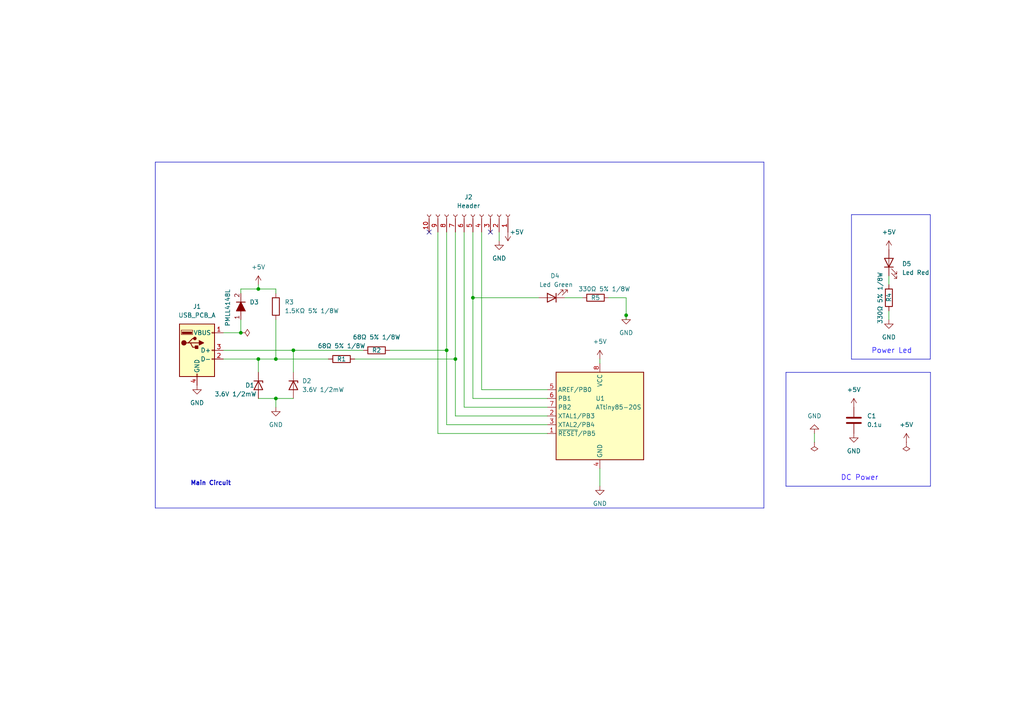
<source format=kicad_sch>
(kicad_sch (version 20230121) (generator eeschema)

  (uuid f2c20679-f28d-47ad-9191-2bfbde129570)

  (paper "A4")

  (title_block
    (title "uccMicroduino-2407889,Nicolas-2427515,Pages")
    (date "2024-03-18")
    (rev "version 1.0")
    (company "UCC")
    (comment 1 "proyectoMicroduino")
  )

  (lib_symbols
    (symbol "+5V_1" (power) (pin_names (offset 0)) (in_bom yes) (on_board yes)
      (property "Reference" "#PWR" (at 0 -3.81 0)
        (effects (font (size 1.27 1.27)) hide)
      )
      (property "Value" "+5V_1" (at 0 3.556 0)
        (effects (font (size 1.27 1.27)))
      )
      (property "Footprint" "" (at 0 0 0)
        (effects (font (size 1.27 1.27)) hide)
      )
      (property "Datasheet" "" (at 0 0 0)
        (effects (font (size 1.27 1.27)) hide)
      )
      (property "ki_keywords" "global power" (at 0 0 0)
        (effects (font (size 1.27 1.27)) hide)
      )
      (property "ki_description" "Power symbol creates a global label with name \"+5V\"" (at 0 0 0)
        (effects (font (size 1.27 1.27)) hide)
      )
      (symbol "+5V_1_0_1"
        (polyline
          (pts
            (xy -0.762 1.27)
            (xy 0 2.54)
          )
          (stroke (width 0) (type default))
          (fill (type none))
        )
        (polyline
          (pts
            (xy 0 0)
            (xy 0 2.54)
          )
          (stroke (width 0) (type default))
          (fill (type none))
        )
        (polyline
          (pts
            (xy 0 2.54)
            (xy 0.762 1.27)
          )
          (stroke (width 0) (type default))
          (fill (type none))
        )
      )
      (symbol "+5V_1_1_1"
        (pin power_in line (at 0 0 90) (length 0) hide
          (name "+5V" (effects (font (size 1.27 1.27))))
          (number "1" (effects (font (size 1.27 1.27))))
        )
      )
    )
    (symbol "Connector:Conn_01x10_Socket" (pin_names (offset 1.016) hide) (in_bom yes) (on_board yes)
      (property "Reference" "J" (at 0 12.7 0)
        (effects (font (size 1.27 1.27)))
      )
      (property "Value" "Conn_01x10_Socket" (at 0 -15.24 0)
        (effects (font (size 1.27 1.27)))
      )
      (property "Footprint" "" (at 0 0 0)
        (effects (font (size 1.27 1.27)) hide)
      )
      (property "Datasheet" "~" (at 0 0 0)
        (effects (font (size 1.27 1.27)) hide)
      )
      (property "ki_locked" "" (at 0 0 0)
        (effects (font (size 1.27 1.27)))
      )
      (property "ki_keywords" "connector" (at 0 0 0)
        (effects (font (size 1.27 1.27)) hide)
      )
      (property "ki_description" "Generic connector, single row, 01x10, script generated" (at 0 0 0)
        (effects (font (size 1.27 1.27)) hide)
      )
      (property "ki_fp_filters" "Connector*:*_1x??_*" (at 0 0 0)
        (effects (font (size 1.27 1.27)) hide)
      )
      (symbol "Conn_01x10_Socket_1_1"
        (arc (start 0 -12.192) (mid -0.5058 -12.7) (end 0 -13.208)
          (stroke (width 0.1524) (type default))
          (fill (type none))
        )
        (arc (start 0 -9.652) (mid -0.5058 -10.16) (end 0 -10.668)
          (stroke (width 0.1524) (type default))
          (fill (type none))
        )
        (arc (start 0 -7.112) (mid -0.5058 -7.62) (end 0 -8.128)
          (stroke (width 0.1524) (type default))
          (fill (type none))
        )
        (arc (start 0 -4.572) (mid -0.5058 -5.08) (end 0 -5.588)
          (stroke (width 0.1524) (type default))
          (fill (type none))
        )
        (arc (start 0 -2.032) (mid -0.5058 -2.54) (end 0 -3.048)
          (stroke (width 0.1524) (type default))
          (fill (type none))
        )
        (polyline
          (pts
            (xy -1.27 -12.7)
            (xy -0.508 -12.7)
          )
          (stroke (width 0.1524) (type default))
          (fill (type none))
        )
        (polyline
          (pts
            (xy -1.27 -10.16)
            (xy -0.508 -10.16)
          )
          (stroke (width 0.1524) (type default))
          (fill (type none))
        )
        (polyline
          (pts
            (xy -1.27 -7.62)
            (xy -0.508 -7.62)
          )
          (stroke (width 0.1524) (type default))
          (fill (type none))
        )
        (polyline
          (pts
            (xy -1.27 -5.08)
            (xy -0.508 -5.08)
          )
          (stroke (width 0.1524) (type default))
          (fill (type none))
        )
        (polyline
          (pts
            (xy -1.27 -2.54)
            (xy -0.508 -2.54)
          )
          (stroke (width 0.1524) (type default))
          (fill (type none))
        )
        (polyline
          (pts
            (xy -1.27 0)
            (xy -0.508 0)
          )
          (stroke (width 0.1524) (type default))
          (fill (type none))
        )
        (polyline
          (pts
            (xy -1.27 2.54)
            (xy -0.508 2.54)
          )
          (stroke (width 0.1524) (type default))
          (fill (type none))
        )
        (polyline
          (pts
            (xy -1.27 5.08)
            (xy -0.508 5.08)
          )
          (stroke (width 0.1524) (type default))
          (fill (type none))
        )
        (polyline
          (pts
            (xy -1.27 7.62)
            (xy -0.508 7.62)
          )
          (stroke (width 0.1524) (type default))
          (fill (type none))
        )
        (polyline
          (pts
            (xy -1.27 10.16)
            (xy -0.508 10.16)
          )
          (stroke (width 0.1524) (type default))
          (fill (type none))
        )
        (arc (start 0 0.508) (mid -0.5058 0) (end 0 -0.508)
          (stroke (width 0.1524) (type default))
          (fill (type none))
        )
        (arc (start 0 3.048) (mid -0.5058 2.54) (end 0 2.032)
          (stroke (width 0.1524) (type default))
          (fill (type none))
        )
        (arc (start 0 5.588) (mid -0.5058 5.08) (end 0 4.572)
          (stroke (width 0.1524) (type default))
          (fill (type none))
        )
        (arc (start 0 8.128) (mid -0.5058 7.62) (end 0 7.112)
          (stroke (width 0.1524) (type default))
          (fill (type none))
        )
        (arc (start 0 10.668) (mid -0.5058 10.16) (end 0 9.652)
          (stroke (width 0.1524) (type default))
          (fill (type none))
        )
        (pin passive line (at -5.08 10.16 0) (length 3.81)
          (name "Pin_1" (effects (font (size 1.27 1.27))))
          (number "1" (effects (font (size 1.27 1.27))))
        )
        (pin passive line (at -5.08 -12.7 0) (length 3.81)
          (name "Pin_10" (effects (font (size 1.27 1.27))))
          (number "10" (effects (font (size 1.27 1.27))))
        )
        (pin passive line (at -5.08 7.62 0) (length 3.81)
          (name "Pin_2" (effects (font (size 1.27 1.27))))
          (number "2" (effects (font (size 1.27 1.27))))
        )
        (pin passive line (at -5.08 5.08 0) (length 3.81)
          (name "Pin_3" (effects (font (size 1.27 1.27))))
          (number "3" (effects (font (size 1.27 1.27))))
        )
        (pin passive line (at -5.08 2.54 0) (length 3.81)
          (name "Pin_4" (effects (font (size 1.27 1.27))))
          (number "4" (effects (font (size 1.27 1.27))))
        )
        (pin passive line (at -5.08 0 0) (length 3.81)
          (name "Pin_5" (effects (font (size 1.27 1.27))))
          (number "5" (effects (font (size 1.27 1.27))))
        )
        (pin passive line (at -5.08 -2.54 0) (length 3.81)
          (name "Pin_6" (effects (font (size 1.27 1.27))))
          (number "6" (effects (font (size 1.27 1.27))))
        )
        (pin passive line (at -5.08 -5.08 0) (length 3.81)
          (name "Pin_7" (effects (font (size 1.27 1.27))))
          (number "7" (effects (font (size 1.27 1.27))))
        )
        (pin passive line (at -5.08 -7.62 0) (length 3.81)
          (name "Pin_8" (effects (font (size 1.27 1.27))))
          (number "8" (effects (font (size 1.27 1.27))))
        )
        (pin passive line (at -5.08 -10.16 0) (length 3.81)
          (name "Pin_9" (effects (font (size 1.27 1.27))))
          (number "9" (effects (font (size 1.27 1.27))))
        )
      )
    )
    (symbol "Connector:USB_A" (pin_names (offset 1.016)) (in_bom yes) (on_board yes)
      (property "Reference" "J2" (at 0 12.7 0)
        (effects (font (size 1.27 1.27)))
      )
      (property "Value" "USB_A" (at 0 10.16 0)
        (effects (font (size 1.27 1.27)))
      )
      (property "Footprint" "" (at 3.81 -1.27 0)
        (effects (font (size 1.27 1.27)) hide)
      )
      (property "Datasheet" " ~" (at 3.81 -1.27 0)
        (effects (font (size 1.27 1.27)) hide)
      )
      (property "ki_keywords" "connector USB" (at 0 0 0)
        (effects (font (size 1.27 1.27)) hide)
      )
      (property "ki_description" "USB Type A connector" (at 0 0 0)
        (effects (font (size 1.27 1.27)) hide)
      )
      (property "ki_fp_filters" "USB*" (at 0 0 0)
        (effects (font (size 1.27 1.27)) hide)
      )
      (symbol "USB_A_0_1"
        (rectangle (start -5.08 -7.62) (end 5.08 7.62)
          (stroke (width 0.254) (type default))
          (fill (type background))
        )
        (circle (center -3.81 2.159) (radius 0.635)
          (stroke (width 0.254) (type default))
          (fill (type outline))
        )
        (rectangle (start -1.524 4.826) (end -4.318 5.334)
          (stroke (width 0) (type default))
          (fill (type outline))
        )
        (rectangle (start -1.27 4.572) (end -4.572 5.842)
          (stroke (width 0) (type default))
          (fill (type none))
        )
        (circle (center -0.635 3.429) (radius 0.381)
          (stroke (width 0.254) (type default))
          (fill (type outline))
        )
        (rectangle (start -0.127 -7.62) (end 0.127 -6.858)
          (stroke (width 0) (type default))
          (fill (type none))
        )
        (polyline
          (pts
            (xy -3.175 2.159)
            (xy -2.54 2.159)
            (xy -1.27 3.429)
            (xy -0.635 3.429)
          )
          (stroke (width 0.254) (type default))
          (fill (type none))
        )
        (polyline
          (pts
            (xy -2.54 2.159)
            (xy -1.905 2.159)
            (xy -1.27 0.889)
            (xy 0 0.889)
          )
          (stroke (width 0.254) (type default))
          (fill (type none))
        )
        (polyline
          (pts
            (xy 0.635 2.794)
            (xy 0.635 1.524)
            (xy 1.905 2.159)
            (xy 0.635 2.794)
          )
          (stroke (width 0.254) (type default))
          (fill (type outline))
        )
        (rectangle (start 0.254 1.27) (end -0.508 0.508)
          (stroke (width 0.254) (type default))
          (fill (type outline))
        )
        (rectangle (start 5.08 -2.667) (end 4.318 -2.413)
          (stroke (width 0) (type default))
          (fill (type none))
        )
        (rectangle (start 5.08 -0.127) (end 4.318 0.127)
          (stroke (width 0) (type default))
          (fill (type none))
        )
        (rectangle (start 5.08 4.953) (end 4.318 5.207)
          (stroke (width 0) (type default))
          (fill (type none))
        )
      )
      (symbol "USB_A_1_1"
        (polyline
          (pts
            (xy -1.905 2.159)
            (xy 0.635 2.159)
          )
          (stroke (width 0.254) (type default))
          (fill (type none))
        )
        (pin power_in line (at 7.62 5.08 180) (length 2.54)
          (name "VBUS" (effects (font (size 1.27 1.27))))
          (number "1" (effects (font (size 1.27 1.27))))
        )
        (pin bidirectional line (at 7.62 -2.54 180) (length 2.54)
          (name "D-" (effects (font (size 1.27 1.27))))
          (number "2" (effects (font (size 1.27 1.27))))
        )
        (pin bidirectional line (at 7.62 0 180) (length 2.54)
          (name "D+" (effects (font (size 1.27 1.27))))
          (number "3" (effects (font (size 1.27 1.27))))
        )
        (pin power_in line (at 0 -10.16 90) (length 2.54)
          (name "GND" (effects (font (size 1.27 1.27))))
          (number "4" (effects (font (size 1.27 1.27))))
        )
      )
    )
    (symbol "D_Filled_1" (pin_numbers hide) (pin_names (offset 1.016) hide) (in_bom yes) (on_board yes)
      (property "Reference" "D" (at 0 2.54 0)
        (effects (font (size 1.27 1.27)))
      )
      (property "Value" "D_Filled" (at 0 -2.54 0)
        (effects (font (size 1.27 1.27)))
      )
      (property "Footprint" "" (at 0 0 0)
        (effects (font (size 1.27 1.27)) hide)
      )
      (property "Datasheet" "~" (at 0 0 0)
        (effects (font (size 1.27 1.27)) hide)
      )
      (property "Sim.Device" "D" (at 0 0 0)
        (effects (font (size 1.27 1.27)) hide)
      )
      (property "Sim.Pins" "1=K 2=A" (at 0 0 0)
        (effects (font (size 1.27 1.27)) hide)
      )
      (property "ki_keywords" "diode" (at 0 0 0)
        (effects (font (size 1.27 1.27)) hide)
      )
      (property "ki_description" "Diode, filled shape" (at 0 0 0)
        (effects (font (size 1.27 1.27)) hide)
      )
      (property "ki_fp_filters" "TO-???* *_Diode_* *SingleDiode* D_*" (at 0 0 0)
        (effects (font (size 1.27 1.27)) hide)
      )
      (symbol "D_Filled_1_0_1"
        (polyline
          (pts
            (xy -1.27 1.27)
            (xy -1.27 -1.27)
          )
          (stroke (width 0.254) (type default))
          (fill (type none))
        )
        (polyline
          (pts
            (xy 1.27 0)
            (xy -1.27 0)
          )
          (stroke (width 0) (type default))
          (fill (type none))
        )
        (polyline
          (pts
            (xy 1.27 1.27)
            (xy 1.27 -1.27)
            (xy -1.27 0)
            (xy 1.27 1.27)
          )
          (stroke (width 0.254) (type default))
          (fill (type outline))
        )
      )
      (symbol "D_Filled_1_1_1"
        (pin passive line (at -3.81 0 0) (length 2.54)
          (name "K" (effects (font (size 1.27 1.27))))
          (number "1" (effects (font (size 1.27 1.27))))
        )
        (pin passive line (at 3.81 0 180) (length 2.54)
          (name "A" (effects (font (size 1.27 1.27))))
          (number "2" (effects (font (size 1.27 1.27))))
        )
      )
    )
    (symbol "Device:C" (pin_numbers hide) (pin_names (offset 0.254)) (in_bom yes) (on_board yes)
      (property "Reference" "C" (at 0.635 2.54 0)
        (effects (font (size 1.27 1.27)) (justify left))
      )
      (property "Value" "C" (at 0.635 -2.54 0)
        (effects (font (size 1.27 1.27)) (justify left))
      )
      (property "Footprint" "" (at 0.9652 -3.81 0)
        (effects (font (size 1.27 1.27)) hide)
      )
      (property "Datasheet" "~" (at 0 0 0)
        (effects (font (size 1.27 1.27)) hide)
      )
      (property "ki_keywords" "cap capacitor" (at 0 0 0)
        (effects (font (size 1.27 1.27)) hide)
      )
      (property "ki_description" "Unpolarized capacitor" (at 0 0 0)
        (effects (font (size 1.27 1.27)) hide)
      )
      (property "ki_fp_filters" "C_*" (at 0 0 0)
        (effects (font (size 1.27 1.27)) hide)
      )
      (symbol "C_0_1"
        (polyline
          (pts
            (xy -2.032 -0.762)
            (xy 2.032 -0.762)
          )
          (stroke (width 0.508) (type default))
          (fill (type none))
        )
        (polyline
          (pts
            (xy -2.032 0.762)
            (xy 2.032 0.762)
          )
          (stroke (width 0.508) (type default))
          (fill (type none))
        )
      )
      (symbol "C_1_1"
        (pin passive line (at 0 3.81 270) (length 2.794)
          (name "~" (effects (font (size 1.27 1.27))))
          (number "1" (effects (font (size 1.27 1.27))))
        )
        (pin passive line (at 0 -3.81 90) (length 2.794)
          (name "~" (effects (font (size 1.27 1.27))))
          (number "2" (effects (font (size 1.27 1.27))))
        )
      )
    )
    (symbol "Device:D_Zener" (pin_numbers hide) (pin_names (offset 1.016) hide) (in_bom yes) (on_board yes)
      (property "Reference" "D" (at 0 2.54 0)
        (effects (font (size 1.27 1.27)))
      )
      (property "Value" "D_Zener" (at 0 -2.54 0)
        (effects (font (size 1.27 1.27)))
      )
      (property "Footprint" "" (at 0 0 0)
        (effects (font (size 1.27 1.27)) hide)
      )
      (property "Datasheet" "~" (at 0 0 0)
        (effects (font (size 1.27 1.27)) hide)
      )
      (property "ki_keywords" "diode" (at 0 0 0)
        (effects (font (size 1.27 1.27)) hide)
      )
      (property "ki_description" "Zener diode" (at 0 0 0)
        (effects (font (size 1.27 1.27)) hide)
      )
      (property "ki_fp_filters" "TO-???* *_Diode_* *SingleDiode* D_*" (at 0 0 0)
        (effects (font (size 1.27 1.27)) hide)
      )
      (symbol "D_Zener_0_1"
        (polyline
          (pts
            (xy 1.27 0)
            (xy -1.27 0)
          )
          (stroke (width 0) (type default))
          (fill (type none))
        )
        (polyline
          (pts
            (xy -1.27 -1.27)
            (xy -1.27 1.27)
            (xy -0.762 1.27)
          )
          (stroke (width 0.254) (type default))
          (fill (type none))
        )
        (polyline
          (pts
            (xy 1.27 -1.27)
            (xy 1.27 1.27)
            (xy -1.27 0)
            (xy 1.27 -1.27)
          )
          (stroke (width 0.254) (type default))
          (fill (type none))
        )
      )
      (symbol "D_Zener_1_1"
        (pin passive line (at -3.81 0 0) (length 2.54)
          (name "K" (effects (font (size 1.27 1.27))))
          (number "1" (effects (font (size 1.27 1.27))))
        )
        (pin passive line (at 3.81 0 180) (length 2.54)
          (name "A" (effects (font (size 1.27 1.27))))
          (number "2" (effects (font (size 1.27 1.27))))
        )
      )
    )
    (symbol "Device:LED" (pin_numbers hide) (pin_names (offset 1.016) hide) (in_bom yes) (on_board yes)
      (property "Reference" "D" (at 0 2.54 0)
        (effects (font (size 1.27 1.27)))
      )
      (property "Value" "LED" (at 0 -2.54 0)
        (effects (font (size 1.27 1.27)))
      )
      (property "Footprint" "" (at 0 0 0)
        (effects (font (size 1.27 1.27)) hide)
      )
      (property "Datasheet" "~" (at 0 0 0)
        (effects (font (size 1.27 1.27)) hide)
      )
      (property "ki_keywords" "LED diode" (at 0 0 0)
        (effects (font (size 1.27 1.27)) hide)
      )
      (property "ki_description" "Light emitting diode" (at 0 0 0)
        (effects (font (size 1.27 1.27)) hide)
      )
      (property "ki_fp_filters" "LED* LED_SMD:* LED_THT:*" (at 0 0 0)
        (effects (font (size 1.27 1.27)) hide)
      )
      (symbol "LED_0_1"
        (polyline
          (pts
            (xy -1.27 -1.27)
            (xy -1.27 1.27)
          )
          (stroke (width 0.254) (type default))
          (fill (type none))
        )
        (polyline
          (pts
            (xy -1.27 0)
            (xy 1.27 0)
          )
          (stroke (width 0) (type default))
          (fill (type none))
        )
        (polyline
          (pts
            (xy 1.27 -1.27)
            (xy 1.27 1.27)
            (xy -1.27 0)
            (xy 1.27 -1.27)
          )
          (stroke (width 0.254) (type default))
          (fill (type none))
        )
        (polyline
          (pts
            (xy -3.048 -0.762)
            (xy -4.572 -2.286)
            (xy -3.81 -2.286)
            (xy -4.572 -2.286)
            (xy -4.572 -1.524)
          )
          (stroke (width 0) (type default))
          (fill (type none))
        )
        (polyline
          (pts
            (xy -1.778 -0.762)
            (xy -3.302 -2.286)
            (xy -2.54 -2.286)
            (xy -3.302 -2.286)
            (xy -3.302 -1.524)
          )
          (stroke (width 0) (type default))
          (fill (type none))
        )
      )
      (symbol "LED_1_1"
        (pin passive line (at -3.81 0 0) (length 2.54)
          (name "K" (effects (font (size 1.27 1.27))))
          (number "1" (effects (font (size 1.27 1.27))))
        )
        (pin passive line (at 3.81 0 180) (length 2.54)
          (name "A" (effects (font (size 1.27 1.27))))
          (number "2" (effects (font (size 1.27 1.27))))
        )
      )
    )
    (symbol "Device:R" (pin_numbers hide) (pin_names (offset 0)) (in_bom yes) (on_board yes)
      (property "Reference" "R" (at 2.032 0 90)
        (effects (font (size 1.27 1.27)))
      )
      (property "Value" "R" (at 0 0 90)
        (effects (font (size 1.27 1.27)))
      )
      (property "Footprint" "" (at -1.778 0 90)
        (effects (font (size 1.27 1.27)) hide)
      )
      (property "Datasheet" "~" (at 0 0 0)
        (effects (font (size 1.27 1.27)) hide)
      )
      (property "ki_keywords" "R res resistor" (at 0 0 0)
        (effects (font (size 1.27 1.27)) hide)
      )
      (property "ki_description" "Resistor" (at 0 0 0)
        (effects (font (size 1.27 1.27)) hide)
      )
      (property "ki_fp_filters" "R_*" (at 0 0 0)
        (effects (font (size 1.27 1.27)) hide)
      )
      (symbol "R_0_1"
        (rectangle (start -1.016 -2.54) (end 1.016 2.54)
          (stroke (width 0.254) (type default))
          (fill (type none))
        )
      )
      (symbol "R_1_1"
        (pin passive line (at 0 3.81 270) (length 1.27)
          (name "~" (effects (font (size 1.27 1.27))))
          (number "1" (effects (font (size 1.27 1.27))))
        )
        (pin passive line (at 0 -3.81 90) (length 1.27)
          (name "~" (effects (font (size 1.27 1.27))))
          (number "2" (effects (font (size 1.27 1.27))))
        )
      )
    )
    (symbol "GND_1" (power) (pin_names (offset 0)) (in_bom yes) (on_board yes)
      (property "Reference" "#PWR" (at 0 -6.35 0)
        (effects (font (size 1.27 1.27)) hide)
      )
      (property "Value" "GND_1" (at 0 -3.81 0)
        (effects (font (size 1.27 1.27)))
      )
      (property "Footprint" "" (at 0 0 0)
        (effects (font (size 1.27 1.27)) hide)
      )
      (property "Datasheet" "" (at 0 0 0)
        (effects (font (size 1.27 1.27)) hide)
      )
      (property "ki_keywords" "global power" (at 0 0 0)
        (effects (font (size 1.27 1.27)) hide)
      )
      (property "ki_description" "Power symbol creates a global label with name \"GND\" , ground" (at 0 0 0)
        (effects (font (size 1.27 1.27)) hide)
      )
      (symbol "GND_1_0_1"
        (polyline
          (pts
            (xy 0 0)
            (xy 0 -1.27)
            (xy 1.27 -1.27)
            (xy 0 -2.54)
            (xy -1.27 -1.27)
            (xy 0 -1.27)
          )
          (stroke (width 0) (type default))
          (fill (type none))
        )
      )
      (symbol "GND_1_1_1"
        (pin power_in line (at 0 0 270) (length 0) hide
          (name "GND" (effects (font (size 1.27 1.27))))
          (number "1" (effects (font (size 1.27 1.27))))
        )
      )
    )
    (symbol "MCU_Microchip_ATtiny:ATtiny85-20S" (in_bom yes) (on_board yes)
      (property "Reference" "U" (at -12.7 13.97 0)
        (effects (font (size 1.27 1.27)) (justify left bottom))
      )
      (property "Value" "ATtiny85-20S" (at 2.54 -13.97 0)
        (effects (font (size 1.27 1.27)) (justify left top))
      )
      (property "Footprint" "Package_SO:SOIC-8W_5.3x5.3mm_P1.27mm" (at 0 0 0)
        (effects (font (size 1.27 1.27) italic) hide)
      )
      (property "Datasheet" "http://ww1.microchip.com/downloads/en/DeviceDoc/atmel-2586-avr-8-bit-microcontroller-attiny25-attiny45-attiny85_datasheet.pdf" (at 0 0 0)
        (effects (font (size 1.27 1.27)) hide)
      )
      (property "ki_keywords" "AVR 8bit Microcontroller tinyAVR" (at 0 0 0)
        (effects (font (size 1.27 1.27)) hide)
      )
      (property "ki_description" "20MHz, 8kB Flash, 512B SRAM, 512B EEPROM, debugWIRE, SOIC-8W" (at 0 0 0)
        (effects (font (size 1.27 1.27)) hide)
      )
      (property "ki_fp_filters" "SOIC*5.3x5.3mm*P1.27mm*" (at 0 0 0)
        (effects (font (size 1.27 1.27)) hide)
      )
      (symbol "ATtiny85-20S_0_1"
        (rectangle (start -12.7 -12.7) (end 12.7 12.7)
          (stroke (width 0.254) (type default))
          (fill (type background))
        )
      )
      (symbol "ATtiny85-20S_1_1"
        (pin bidirectional line (at 15.24 -5.08 180) (length 2.54)
          (name "~{RESET}/PB5" (effects (font (size 1.27 1.27))))
          (number "1" (effects (font (size 1.27 1.27))))
        )
        (pin bidirectional line (at 15.24 0 180) (length 2.54)
          (name "XTAL1/PB3" (effects (font (size 1.27 1.27))))
          (number "2" (effects (font (size 1.27 1.27))))
        )
        (pin bidirectional line (at 15.24 -2.54 180) (length 2.54)
          (name "XTAL2/PB4" (effects (font (size 1.27 1.27))))
          (number "3" (effects (font (size 1.27 1.27))))
        )
        (pin power_in line (at 0 -15.24 90) (length 2.54)
          (name "GND" (effects (font (size 1.27 1.27))))
          (number "4" (effects (font (size 1.27 1.27))))
        )
        (pin bidirectional line (at 15.24 7.62 180) (length 2.54)
          (name "AREF/PB0" (effects (font (size 1.27 1.27))))
          (number "5" (effects (font (size 1.27 1.27))))
        )
        (pin bidirectional line (at 15.24 5.08 180) (length 2.54)
          (name "PB1" (effects (font (size 1.27 1.27))))
          (number "6" (effects (font (size 1.27 1.27))))
        )
        (pin bidirectional line (at 15.24 2.54 180) (length 2.54)
          (name "PB2" (effects (font (size 1.27 1.27))))
          (number "7" (effects (font (size 1.27 1.27))))
        )
        (pin power_in line (at 0 15.24 270) (length 2.54)
          (name "VCC" (effects (font (size 1.27 1.27))))
          (number "8" (effects (font (size 1.27 1.27))))
        )
      )
    )
    (symbol "PWR_FLAG_1" (power) (pin_numbers hide) (pin_names (offset 0) hide) (in_bom yes) (on_board yes)
      (property "Reference" "#FLG" (at 0 1.905 0)
        (effects (font (size 1.27 1.27)) hide)
      )
      (property "Value" "PWR_FLAG_1" (at 0 3.81 0)
        (effects (font (size 1.27 1.27)))
      )
      (property "Footprint" "" (at 0 0 0)
        (effects (font (size 1.27 1.27)) hide)
      )
      (property "Datasheet" "~" (at 0 0 0)
        (effects (font (size 1.27 1.27)) hide)
      )
      (property "ki_keywords" "flag power" (at 0 0 0)
        (effects (font (size 1.27 1.27)) hide)
      )
      (property "ki_description" "Special symbol for telling ERC where power comes from" (at 0 0 0)
        (effects (font (size 1.27 1.27)) hide)
      )
      (symbol "PWR_FLAG_1_0_0"
        (pin power_out line (at 0 0 90) (length 0)
          (name "pwr" (effects (font (size 1.27 1.27))))
          (number "1" (effects (font (size 1.27 1.27))))
        )
      )
      (symbol "PWR_FLAG_1_0_1"
        (polyline
          (pts
            (xy 0 0)
            (xy 0 1.27)
            (xy -1.016 1.905)
            (xy 0 2.54)
            (xy 1.016 1.905)
            (xy 0 1.27)
          )
          (stroke (width 0) (type default))
          (fill (type none))
        )
      )
    )
    (symbol "power:+5V" (power) (pin_names (offset 0)) (in_bom yes) (on_board yes)
      (property "Reference" "#PWR" (at 0 -3.81 0)
        (effects (font (size 1.27 1.27)) hide)
      )
      (property "Value" "+5V" (at 0 3.556 0)
        (effects (font (size 1.27 1.27)))
      )
      (property "Footprint" "" (at 0 0 0)
        (effects (font (size 1.27 1.27)) hide)
      )
      (property "Datasheet" "" (at 0 0 0)
        (effects (font (size 1.27 1.27)) hide)
      )
      (property "ki_keywords" "global power" (at 0 0 0)
        (effects (font (size 1.27 1.27)) hide)
      )
      (property "ki_description" "Power symbol creates a global label with name \"+5V\"" (at 0 0 0)
        (effects (font (size 1.27 1.27)) hide)
      )
      (symbol "+5V_0_1"
        (polyline
          (pts
            (xy -0.762 1.27)
            (xy 0 2.54)
          )
          (stroke (width 0) (type default))
          (fill (type none))
        )
        (polyline
          (pts
            (xy 0 0)
            (xy 0 2.54)
          )
          (stroke (width 0) (type default))
          (fill (type none))
        )
        (polyline
          (pts
            (xy 0 2.54)
            (xy 0.762 1.27)
          )
          (stroke (width 0) (type default))
          (fill (type none))
        )
      )
      (symbol "+5V_1_1"
        (pin power_in line (at 0 0 90) (length 0) hide
          (name "+5V" (effects (font (size 1.27 1.27))))
          (number "1" (effects (font (size 1.27 1.27))))
        )
      )
    )
    (symbol "power:GND" (power) (pin_names (offset 0)) (in_bom yes) (on_board yes)
      (property "Reference" "#PWR" (at 0 -6.35 0)
        (effects (font (size 1.27 1.27)) hide)
      )
      (property "Value" "GND" (at 0 -3.81 0)
        (effects (font (size 1.27 1.27)))
      )
      (property "Footprint" "" (at 0 0 0)
        (effects (font (size 1.27 1.27)) hide)
      )
      (property "Datasheet" "" (at 0 0 0)
        (effects (font (size 1.27 1.27)) hide)
      )
      (property "ki_keywords" "global power" (at 0 0 0)
        (effects (font (size 1.27 1.27)) hide)
      )
      (property "ki_description" "Power symbol creates a global label with name \"GND\" , ground" (at 0 0 0)
        (effects (font (size 1.27 1.27)) hide)
      )
      (symbol "GND_0_1"
        (polyline
          (pts
            (xy 0 0)
            (xy 0 -1.27)
            (xy 1.27 -1.27)
            (xy 0 -2.54)
            (xy -1.27 -1.27)
            (xy 0 -1.27)
          )
          (stroke (width 0) (type default))
          (fill (type none))
        )
      )
      (symbol "GND_1_1"
        (pin power_in line (at 0 0 270) (length 0) hide
          (name "GND" (effects (font (size 1.27 1.27))))
          (number "1" (effects (font (size 1.27 1.27))))
        )
      )
    )
  )

  (junction (at 74.93 83.82) (diameter 0) (color 0 0 0 0)
    (uuid 21987409-346f-4e0e-bb93-e10b1e32bfaa)
  )
  (junction (at 69.85 96.52) (diameter 0) (color 0 0 0 0)
    (uuid 26fcbca0-ae7c-4f92-8f5c-7fcd176bcecc)
  )
  (junction (at 132.08 104.14) (diameter 0) (color 0 0 0 0)
    (uuid 427ac145-90f3-446e-a920-87e7db69029a)
  )
  (junction (at 181.61 91.44) (diameter 0) (color 0 0 0 0)
    (uuid 76aa662c-c8a5-43d8-bf60-bc7a84881cc0)
  )
  (junction (at 129.54 101.6) (diameter 0) (color 0 0 0 0)
    (uuid 7c41f26f-5440-489a-8ce9-fdbbc009bd5b)
  )
  (junction (at 74.93 104.14) (diameter 0) (color 0 0 0 0)
    (uuid 7e74b318-56e2-4ae7-8b11-8698fdfd5a39)
  )
  (junction (at 137.16 86.36) (diameter 0) (color 0 0 0 0)
    (uuid 7fb74380-f16a-4084-be18-9343a9068e61)
  )
  (junction (at 80.01 115.57) (diameter 0) (color 0 0 0 0)
    (uuid 9fb13177-4d5b-4693-8e7e-9fe93bafc1ce)
  )
  (junction (at 85.09 101.6) (diameter 0) (color 0 0 0 0)
    (uuid a05ced29-cab2-4739-b91e-31504dfb25f3)
  )
  (junction (at 80.01 104.14) (diameter 0) (color 0 0 0 0)
    (uuid b9f0a544-946e-4a1b-a354-0db69a9c881f)
  )

  (no_connect (at 124.46 67.31) (uuid 50233e6f-f96d-44f0-a155-bd9a7b0c400a))
  (no_connect (at 142.24 67.31) (uuid f31ad5e0-2541-4377-bb06-97e4d7541b12))

  (wire (pts (xy 137.16 86.36) (xy 137.16 67.31))
    (stroke (width 0) (type default))
    (uuid 02fce8e0-9c12-4139-ade4-3541155f899b)
  )
  (wire (pts (xy 134.62 67.31) (xy 134.62 118.11))
    (stroke (width 0) (type default))
    (uuid 0605f497-30b0-41b5-ac57-4c1e92ba077f)
  )
  (wire (pts (xy 158.75 120.65) (xy 132.08 120.65))
    (stroke (width 0) (type default))
    (uuid 0669c64a-f1ea-411a-8ca2-c8800f730f73)
  )
  (wire (pts (xy 129.54 101.6) (xy 129.54 123.19))
    (stroke (width 0) (type default))
    (uuid 0b9f3a9d-0b98-4fad-860b-e71862242a32)
  )
  (wire (pts (xy 127 67.31) (xy 127 125.73))
    (stroke (width 0) (type default))
    (uuid 0c4672ab-2786-48f5-93c7-042a65ac2679)
  )
  (polyline (pts (xy 45.0342 147.3454) (xy 45.0342 47.0154))
    (stroke (width 0) (type default))
    (uuid 12c67071-fe67-4f47-a0ca-3ef1ab2bc966)
  )

  (wire (pts (xy 113.03 101.6) (xy 129.54 101.6))
    (stroke (width 0) (type default))
    (uuid 13f58661-3553-45de-b31e-64f5cb0c108d)
  )
  (wire (pts (xy 173.99 104.14) (xy 173.99 105.41))
    (stroke (width 0) (type default))
    (uuid 1d3b888c-b271-4a1e-992d-e0edf0df6fb0)
  )
  (polyline (pts (xy 221.5642 47.0154) (xy 221.5642 147.3454))
    (stroke (width 0) (type default))
    (uuid 1f5f82f7-3c3e-40e2-9a00-ce83a042d5ac)
  )

  (wire (pts (xy 85.09 101.6) (xy 85.09 107.95))
    (stroke (width 0) (type default))
    (uuid 2c30ef0f-4111-4a4f-a715-5b5b6f0e1465)
  )
  (wire (pts (xy 80.01 115.57) (xy 85.09 115.57))
    (stroke (width 0) (type default))
    (uuid 31ff148d-31a8-4f00-b061-31ed5d4c1f3b)
  )
  (wire (pts (xy 80.01 92.71) (xy 80.01 104.14))
    (stroke (width 0) (type default))
    (uuid 46fddad8-4292-48ed-9dde-60e05b3f65b1)
  )
  (wire (pts (xy 137.16 115.57) (xy 137.16 86.36))
    (stroke (width 0) (type default))
    (uuid 47c81330-3201-4385-baef-3f014346ccd5)
  )
  (wire (pts (xy 74.93 82.55) (xy 74.93 83.82))
    (stroke (width 0) (type default))
    (uuid 4d5fd234-38e8-491b-92ce-1c08f9eb9b03)
  )
  (polyline (pts (xy 269.8242 62.2554) (xy 269.8242 104.1654))
    (stroke (width 0) (type default))
    (uuid 4eb3e81b-c3fe-4e85-853e-9ce32520e02d)
  )

  (wire (pts (xy 129.54 123.19) (xy 158.75 123.19))
    (stroke (width 0) (type default))
    (uuid 5093d51f-89ce-4f5e-ba60-0d33d80c728f)
  )
  (wire (pts (xy 102.87 104.14) (xy 132.08 104.14))
    (stroke (width 0) (type default))
    (uuid 51db9f4f-059c-4640-80a2-0738fe78a7bf)
  )
  (wire (pts (xy 74.93 104.14) (xy 74.93 107.95))
    (stroke (width 0) (type default))
    (uuid 5d387531-981c-4c30-8665-2e0837d6f531)
  )
  (wire (pts (xy 132.08 104.14) (xy 132.08 67.31))
    (stroke (width 0) (type default))
    (uuid 62b5434c-f59f-4ad2-b5e4-33513dd3911f)
  )
  (polyline (pts (xy 227.965 108.0008) (xy 269.875 108.0008))
    (stroke (width 0) (type default))
    (uuid 654c2277-b153-442b-b460-0cc1001e1bfe)
  )

  (wire (pts (xy 158.75 115.57) (xy 137.16 115.57))
    (stroke (width 0) (type default))
    (uuid 668167f6-7a10-4a94-9ed5-0a2691f8aefe)
  )
  (wire (pts (xy 163.83 86.36) (xy 168.91 86.36))
    (stroke (width 0) (type default))
    (uuid 6bee75db-140a-43b5-a45e-32016da08ee0)
  )
  (polyline (pts (xy 269.8242 104.1654) (xy 246.9642 104.1654))
    (stroke (width 0) (type default))
    (uuid 73b21d52-5af1-4324-ac82-7fc4e93bc07a)
  )

  (wire (pts (xy 85.09 101.6) (xy 105.41 101.6))
    (stroke (width 0) (type default))
    (uuid 741f382a-ce95-4f8e-8b35-90adc9b26e90)
  )
  (wire (pts (xy 80.01 83.82) (xy 80.01 85.09))
    (stroke (width 0) (type default))
    (uuid 76ca09c5-6379-4be2-b967-f85f45a4cb2b)
  )
  (wire (pts (xy 74.93 115.57) (xy 80.01 115.57))
    (stroke (width 0) (type default))
    (uuid 771e83a6-f097-4d27-bd3c-16c5fd09f0d3)
  )
  (polyline (pts (xy 227.965 141.0208) (xy 227.965 108.0008))
    (stroke (width 0) (type default))
    (uuid 7b5ddeea-8245-4000-8222-3f545ae9a1f4)
  )
  (polyline (pts (xy 221.5642 147.3454) (xy 45.0342 147.3454))
    (stroke (width 0) (type default))
    (uuid 7ebb2a4f-8cb5-40c6-9206-e43704b68921)
  )

  (wire (pts (xy 181.61 91.44) (xy 181.61 92.71))
    (stroke (width 0) (type default))
    (uuid 8352ac61-b72e-4fd7-89a6-a7f9a3c45da2)
  )
  (wire (pts (xy 137.16 86.36) (xy 156.21 86.36))
    (stroke (width 0) (type default))
    (uuid 88993a90-89dd-4931-8efa-e8c603e06d7c)
  )
  (wire (pts (xy 64.77 104.14) (xy 74.93 104.14))
    (stroke (width 0) (type default))
    (uuid 8e7d416d-a5b3-47dc-9743-9dad1cd66a49)
  )
  (wire (pts (xy 257.81 80.01) (xy 257.81 82.55))
    (stroke (width 0) (type default))
    (uuid 98516f84-2998-4bd1-9739-5c6863676559)
  )
  (wire (pts (xy 80.01 115.57) (xy 80.01 118.11))
    (stroke (width 0) (type default))
    (uuid 9f68e88a-ac03-4d67-8b4f-31a4a84d6994)
  )
  (wire (pts (xy 139.7 67.31) (xy 139.7 113.03))
    (stroke (width 0) (type default))
    (uuid a0ec1a4d-e5b2-49ff-b1cb-839f453b2141)
  )
  (wire (pts (xy 80.01 83.82) (xy 74.93 83.82))
    (stroke (width 0) (type default))
    (uuid ad431b37-280d-4779-b22e-5e53c72db26c)
  )
  (wire (pts (xy 236.22 128.27) (xy 236.22 125.73))
    (stroke (width 0) (type default))
    (uuid b121e452-534d-4b9d-b103-caa303d10116)
  )
  (wire (pts (xy 181.61 86.36) (xy 181.61 91.44))
    (stroke (width 0) (type default))
    (uuid b62164c8-84f6-4075-b7e5-f24922587af2)
  )
  (wire (pts (xy 257.81 90.17) (xy 257.81 92.71))
    (stroke (width 0) (type default))
    (uuid b8b63918-87f9-4e2a-9756-f95b56861155)
  )
  (wire (pts (xy 144.78 67.31) (xy 144.78 69.85))
    (stroke (width 0) (type default))
    (uuid bd3c09c0-6d25-44a3-9c1f-0c07c65f44a7)
  )
  (polyline (pts (xy 246.9642 104.1654) (xy 246.9642 62.2554))
    (stroke (width 0) (type default))
    (uuid c289a2e8-800f-459f-8e02-e4181254dd67)
  )
  (polyline (pts (xy 246.9642 62.2554) (xy 269.8242 62.2554))
    (stroke (width 0) (type default))
    (uuid c5196035-626d-4878-af78-a964605d27be)
  )

  (wire (pts (xy 69.85 92.71) (xy 69.85 96.52))
    (stroke (width 0) (type default))
    (uuid c5ee63b1-0ee7-4a1c-8068-b5b6b351ea37)
  )
  (wire (pts (xy 139.7 113.03) (xy 158.75 113.03))
    (stroke (width 0) (type default))
    (uuid ca885f78-8d18-4c59-8d38-b003b942f681)
  )
  (wire (pts (xy 64.77 101.6) (xy 85.09 101.6))
    (stroke (width 0) (type default))
    (uuid d3f51e17-8b78-4b33-930b-129b72e18050)
  )
  (wire (pts (xy 64.77 96.52) (xy 69.85 96.52))
    (stroke (width 0) (type default))
    (uuid db5a2381-f758-419f-bee2-d8e2d2d53502)
  )
  (wire (pts (xy 129.54 67.31) (xy 129.54 101.6))
    (stroke (width 0) (type default))
    (uuid e847a295-6d0b-4b28-826a-61e42e2b5e26)
  )
  (polyline (pts (xy 269.875 108.0008) (xy 269.875 141.0208))
    (stroke (width 0) (type default))
    (uuid eaa8bceb-f274-422b-90fd-fe4877b72009)
  )

  (wire (pts (xy 132.08 120.65) (xy 132.08 104.14))
    (stroke (width 0) (type default))
    (uuid eaefa769-6c3d-49b3-b75c-095a7fa06c70)
  )
  (polyline (pts (xy 45.0342 47.0154) (xy 221.5642 47.0154))
    (stroke (width 0) (type default))
    (uuid ed367599-b43c-449a-9a14-78d4b79558be)
  )

  (wire (pts (xy 127 125.73) (xy 158.75 125.73))
    (stroke (width 0) (type default))
    (uuid f135c972-bd25-4d67-8320-8d7dd60bbdae)
  )
  (wire (pts (xy 80.01 104.14) (xy 95.25 104.14))
    (stroke (width 0) (type default))
    (uuid f1ef2190-53b1-4a81-980a-b51c518191f8)
  )
  (wire (pts (xy 69.85 83.82) (xy 74.93 83.82))
    (stroke (width 0) (type default))
    (uuid f36aeecd-2fa2-4db8-b0ae-2dad18465f93)
  )
  (polyline (pts (xy 269.875 141.0208) (xy 227.965 141.0208))
    (stroke (width 0) (type default))
    (uuid f518fdf6-0ceb-48a0-bbc6-ad5fd27a602e)
  )

  (wire (pts (xy 173.99 140.97) (xy 173.99 135.89))
    (stroke (width 0) (type default))
    (uuid f5c03805-0ebb-41f6-8a2e-c57b849ca232)
  )
  (wire (pts (xy 134.62 118.11) (xy 158.75 118.11))
    (stroke (width 0) (type default))
    (uuid f658992e-1e3b-416b-ac1f-0ea869adaea0)
  )
  (wire (pts (xy 74.93 104.14) (xy 80.01 104.14))
    (stroke (width 0) (type default))
    (uuid fb52ac85-e463-4a11-836e-e3475387df61)
  )
  (wire (pts (xy 176.53 86.36) (xy 181.61 86.36))
    (stroke (width 0) (type default))
    (uuid fdb46312-186f-4dea-abf6-fba7cae763bf)
  )
  (wire (pts (xy 69.85 83.82) (xy 69.85 85.09))
    (stroke (width 0) (type default))
    (uuid fe41beb7-44bc-4c55-87c2-f8c5f6dd1472)
  )

  (text "Main Circuit" (at 55.1942 140.9954 0)
    (effects (font (size 1.27 1.27) (thickness 0.254) bold) (justify left bottom))
    (uuid 39ea4496-1b44-485f-ab4a-73accbcc9f99)
  )

  (label "2" (at 69.85 86.36 90) (fields_autoplaced)
    (effects (font (size 1.27 1.27) (color 126 0 8 1)) (justify left bottom))
    (uuid 2409ee99-0ce1-4b4d-88bf-43900c803137)
  )
  (label "DC Power" (at 243.84 139.7 0) (fields_autoplaced)
    (effects (font (size 1.5 1.5) (color 32 0 255 1)) (justify left bottom))
    (uuid 3a0c4e30-153b-4265-847c-a1edf1136b61)
  )
  (label "Power Led" (at 252.73 102.87 0) (fields_autoplaced)
    (effects (font (size 1.5 1.5) (color 17 5 255 1)) (justify left bottom))
    (uuid 5bda7595-ae9b-4dae-8121-1e7101cb64f8)
  )
  (label "1" (at 69.85 92.71 90) (fields_autoplaced)
    (effects (font (size 1.27 1.27) (color 126 0 8 1)) (justify left bottom))
    (uuid 727e00bf-5936-4243-b0b9-d13590997383)
  )

  (symbol (lib_id "power:GND") (at 144.78 69.85 0) (unit 1)
    (in_bom yes) (on_board yes) (dnp no) (fields_autoplaced)
    (uuid 01930e56-da2d-4b2a-bd1f-9fd7a2505170)
    (property "Reference" "#PWR05" (at 144.78 76.2 0)
      (effects (font (size 1.27 1.27)) hide)
    )
    (property "Value" "GND" (at 144.78 74.93 0)
      (effects (font (size 1.27 1.27)))
    )
    (property "Footprint" "" (at 144.78 69.85 0)
      (effects (font (size 1.27 1.27)) hide)
    )
    (property "Datasheet" "" (at 144.78 69.85 0)
      (effects (font (size 1.27 1.27)) hide)
    )
    (pin "1" (uuid a6f55a13-04a0-4dcd-b7f8-656a7c162fdc))
    (instances
      (project "UccMicroDuino"
        (path "/f2c20679-f28d-47ad-9191-2bfbde129570"
          (reference "#PWR05") (unit 1)
        )
      )
    )
  )

  (symbol (lib_id "Device:R") (at 257.81 86.36 0) (unit 1)
    (in_bom yes) (on_board yes) (dnp no)
    (uuid 04cd9600-1d44-4239-b407-20335cf15eda)
    (property "Reference" "R4" (at 257.81 87.63 90)
      (effects (font (size 1.27 1.27)) (justify left))
    )
    (property "Value" "330Ω 5% 1/8W" (at 255.27 93.98 90)
      (effects (font (size 1.27 1.27)) (justify left))
    )
    (property "Footprint" "Resistor_SMD:R_0805_2012Metric_Pad1.20x1.40mm_HandSolder" (at 256.032 86.36 90)
      (effects (font (size 1.27 1.27)) hide)
    )
    (property "Datasheet" "~" (at 257.81 86.36 0)
      (effects (font (size 1.27 1.27)) hide)
    )
    (pin "1" (uuid e1231da7-02d5-4188-9451-810fb9761b8d))
    (pin "2" (uuid f9884427-a4be-4a45-bd7e-64fcad5790a5))
    (instances
      (project "UccMicroDuino"
        (path "/f2c20679-f28d-47ad-9191-2bfbde129570"
          (reference "R4") (unit 1)
        )
      )
    )
  )

  (symbol (lib_id "Device:LED") (at 257.81 76.2 90) (unit 1)
    (in_bom yes) (on_board yes) (dnp no) (fields_autoplaced)
    (uuid 10997108-4d28-41d5-89fd-26fd3e77510d)
    (property "Reference" "D5" (at 261.62 76.5175 90)
      (effects (font (size 1.27 1.27)) (justify right))
    )
    (property "Value" "Led Red" (at 261.62 79.0575 90)
      (effects (font (size 1.27 1.27)) (justify right))
    )
    (property "Footprint" "ledSmd:ledSMD" (at 257.81 76.2 0)
      (effects (font (size 1.27 1.27)) hide)
    )
    (property "Datasheet" "~" (at 257.81 76.2 0)
      (effects (font (size 1.27 1.27)) hide)
    )
    (pin "1" (uuid 5fdbb483-66f9-4384-8395-149ad1d2495b))
    (pin "2" (uuid d69da8c4-b4ec-4af5-a00c-745dacc97d94))
    (instances
      (project "UccMicroDuino"
        (path "/f2c20679-f28d-47ad-9191-2bfbde129570"
          (reference "D5") (unit 1)
        )
      )
    )
  )

  (symbol (lib_id "Device:R") (at 80.01 88.9 0) (unit 1)
    (in_bom yes) (on_board yes) (dnp no) (fields_autoplaced)
    (uuid 1ad09e81-a9e6-4168-ab8f-f6dc88a2ffca)
    (property "Reference" "R1" (at 82.55 87.63 0)
      (effects (font (size 1.27 1.27)) (justify left))
    )
    (property "Value" "1.5KΩ 5% 1/8W" (at 82.55 90.17 0)
      (effects (font (size 1.27 1.27)) (justify left))
    )
    (property "Footprint" "Resistor_SMD:R_0805_2012Metric_Pad1.20x1.40mm_HandSolder" (at 78.232 88.9 90)
      (effects (font (size 1.27 1.27)) hide)
    )
    (property "Datasheet" "~" (at 80.01 88.9 0)
      (effects (font (size 1.27 1.27)) hide)
    )
    (pin "1" (uuid 43e50606-2ef0-4c9a-bbb1-db40a849a273))
    (pin "2" (uuid 8a81cd2a-c07b-407a-810d-02f77eb76856))
    (instances
      (project "Clase 1"
        (path "/e763c805-2d98-46c7-a7c5-10a127323b27"
          (reference "R1") (unit 1)
        )
      )
      (project "UccMicroDuino"
        (path "/f2c20679-f28d-47ad-9191-2bfbde129570"
          (reference "R3") (unit 1)
        )
      )
    )
  )

  (symbol (lib_id "Device:D_Zener") (at 74.93 111.76 270) (unit 1)
    (in_bom yes) (on_board yes) (dnp no)
    (uuid 25411291-d1c6-47f7-b371-c9e89490bee3)
    (property "Reference" "D1" (at 71.12 111.76 90)
      (effects (font (size 1.27 1.27)) (justify left))
    )
    (property "Value" "3.6V 1/2mW" (at 62.23 114.3 90)
      (effects (font (size 1.27 1.27)) (justify left))
    )
    (property "Footprint" "Diode_SMD:D_SOD-123" (at 74.93 111.76 0)
      (effects (font (size 1.27 1.27)) hide)
    )
    (property "Datasheet" "~" (at 74.93 111.76 0)
      (effects (font (size 1.27 1.27)) hide)
    )
    (pin "1" (uuid c2a5c4c6-90e3-41f9-bb4f-be5a750c86cd))
    (pin "2" (uuid 82b98da4-5a87-49ee-9494-960aaf8dd2a7))
    (instances
      (project "Clase 1"
        (path "/e763c805-2d98-46c7-a7c5-10a127323b27"
          (reference "D1") (unit 1)
        )
      )
      (project "UccMicroDuino"
        (path "/f2c20679-f28d-47ad-9191-2bfbde129570"
          (reference "D1") (unit 1)
        )
      )
    )
  )

  (symbol (lib_id "Device:R") (at 99.06 104.14 90) (unit 1)
    (in_bom yes) (on_board yes) (dnp no)
    (uuid 278842a0-ebb4-4c24-a5a4-874e558f8b29)
    (property "Reference" "R1" (at 99.06 104.14 90)
      (effects (font (size 1.27 1.27)))
    )
    (property "Value" "68Ω 5% 1/8W" (at 99.06 100.33 90)
      (effects (font (size 1.27 1.27)))
    )
    (property "Footprint" "Resistor_SMD:R_0805_2012Metric_Pad1.20x1.40mm_HandSolder" (at 99.06 105.918 90)
      (effects (font (size 1.27 1.27)) hide)
    )
    (property "Datasheet" "~" (at 99.06 104.14 0)
      (effects (font (size 1.27 1.27)) hide)
    )
    (pin "1" (uuid 66f4bcf7-d7ce-4d32-a209-337b1d77b192))
    (pin "2" (uuid 18bb6caa-218c-4359-b763-4fd9fa6c027a))
    (instances
      (project "UccMicroDuino"
        (path "/f2c20679-f28d-47ad-9191-2bfbde129570"
          (reference "R1") (unit 1)
        )
      )
    )
  )

  (symbol (lib_id "power:GND") (at 181.61 91.44 0) (unit 1)
    (in_bom yes) (on_board yes) (dnp no) (fields_autoplaced)
    (uuid 320594a1-ed63-4493-9806-2a0e5fdbff16)
    (property "Reference" "#PWR08" (at 181.61 97.79 0)
      (effects (font (size 1.27 1.27)) hide)
    )
    (property "Value" "GND" (at 181.61 96.52 0)
      (effects (font (size 1.27 1.27)))
    )
    (property "Footprint" "" (at 181.61 91.44 0)
      (effects (font (size 1.27 1.27)) hide)
    )
    (property "Datasheet" "" (at 181.61 91.44 0)
      (effects (font (size 1.27 1.27)) hide)
    )
    (pin "1" (uuid ac63a754-34e1-46a8-90c1-ff3858212a31))
    (instances
      (project "UccMicroDuino"
        (path "/f2c20679-f28d-47ad-9191-2bfbde129570"
          (reference "#PWR08") (unit 1)
        )
      )
    )
  )

  (symbol (lib_id "MCU_Microchip_ATtiny:ATtiny85-20S") (at 173.99 120.65 0) (mirror y) (unit 1)
    (in_bom yes) (on_board yes) (dnp no)
    (uuid 333f0dac-2da2-4252-b55d-20da165172bb)
    (property "Reference" "U2" (at 172.72 115.57 0)
      (effects (font (size 1.27 1.27)) (justify right))
    )
    (property "Value" "ATtiny85-20S" (at 172.72 118.11 0)
      (effects (font (size 1.27 1.27)) (justify right))
    )
    (property "Footprint" "Package_SO:SOIC-8W_5.3x5.3mm_P1.27mm" (at 173.99 120.65 0)
      (effects (font (size 1.27 1.27) italic) hide)
    )
    (property "Datasheet" "http://ww1.microchip.com/downloads/en/DeviceDoc/atmel-2586-avr-8-bit-microcontroller-attiny25-attiny45-attiny85_datasheet.pdf" (at 173.99 120.65 0)
      (effects (font (size 1.27 1.27)) hide)
    )
    (pin "1" (uuid f2c6d99f-a285-4a32-9cf2-5bf45904140f))
    (pin "2" (uuid b9f90a70-edd7-4fde-a922-a51230db7c64))
    (pin "3" (uuid 54d1a8d6-83c8-4e70-8a22-6566cdd95966))
    (pin "4" (uuid 5f554262-1a2a-4923-a8d6-fc00c2151943))
    (pin "5" (uuid ef4cd162-704a-4bac-864e-d0916bfe95c8))
    (pin "6" (uuid e0e0d17a-c138-4d68-a5f5-9153c0e1693f))
    (pin "7" (uuid 9186f3a7-8d84-48cb-88f1-ea069232b715))
    (pin "8" (uuid 3b673756-5089-4995-a6dc-25a2b5f6e068))
    (instances
      (project "Clase 1"
        (path "/e763c805-2d98-46c7-a7c5-10a127323b27"
          (reference "U2") (unit 1)
        )
      )
      (project "UccMicroDuino"
        (path "/f2c20679-f28d-47ad-9191-2bfbde129570"
          (reference "U1") (unit 1)
        )
      )
    )
  )

  (symbol (lib_id "Device:R") (at 172.72 86.36 90) (unit 1)
    (in_bom yes) (on_board yes) (dnp no)
    (uuid 349864c4-33ee-49dd-9451-e91dc1df50b3)
    (property "Reference" "R5" (at 172.72 86.36 90)
      (effects (font (size 1.27 1.27)))
    )
    (property "Value" "330Ω 5% 1/8W" (at 175.26 83.82 90)
      (effects (font (size 1.27 1.27)))
    )
    (property "Footprint" "Resistor_SMD:R_0805_2012Metric_Pad1.20x1.40mm_HandSolder" (at 172.72 88.138 90)
      (effects (font (size 1.27 1.27)) hide)
    )
    (property "Datasheet" "~" (at 172.72 86.36 0)
      (effects (font (size 1.27 1.27)) hide)
    )
    (pin "1" (uuid ac856eb7-327c-4ab5-a8aa-c95cd7e2d766))
    (pin "2" (uuid 6bef6e2b-2a97-4aea-a385-5ba333b668f1))
    (instances
      (project "UccMicroDuino"
        (path "/f2c20679-f28d-47ad-9191-2bfbde129570"
          (reference "R5") (unit 1)
        )
      )
    )
  )

  (symbol (lib_id "power:GND") (at 247.65 125.73 0) (unit 1)
    (in_bom yes) (on_board yes) (dnp no) (fields_autoplaced)
    (uuid 3a2e22a2-f230-45c9-a425-08d928193589)
    (property "Reference" "#PWR012" (at 247.65 132.08 0)
      (effects (font (size 1.27 1.27)) hide)
    )
    (property "Value" "GND" (at 247.65 130.81 0)
      (effects (font (size 1.27 1.27)))
    )
    (property "Footprint" "" (at 247.65 125.73 0)
      (effects (font (size 1.27 1.27)) hide)
    )
    (property "Datasheet" "" (at 247.65 125.73 0)
      (effects (font (size 1.27 1.27)) hide)
    )
    (pin "1" (uuid 19f7ca89-db3f-494a-ba42-05a26b831c99))
    (instances
      (project "UccMicroDuino"
        (path "/f2c20679-f28d-47ad-9191-2bfbde129570"
          (reference "#PWR012") (unit 1)
        )
      )
    )
  )

  (symbol (lib_id "Connector:Conn_01x10_Socket") (at 137.16 62.23 270) (mirror x) (unit 1)
    (in_bom yes) (on_board yes) (dnp no)
    (uuid 43f917b8-7bd2-489e-9718-7e0381f2a8f7)
    (property "Reference" "J2" (at 135.89 57.15 90)
      (effects (font (size 1.27 1.27)))
    )
    (property "Value" "Header" (at 135.89 59.69 90)
      (effects (font (size 1.27 1.27)))
    )
    (property "Footprint" "Connector_PinHeader_2.54mm:PinHeader_1x10_P2.54mm_Vertical" (at 137.16 62.23 0)
      (effects (font (size 1.27 1.27)) hide)
    )
    (property "Datasheet" "~" (at 137.16 62.23 0)
      (effects (font (size 1.27 1.27)) hide)
    )
    (pin "1" (uuid 1ad0d284-548c-4c27-9f7e-6f1172cb046b))
    (pin "10" (uuid e88daa34-602c-4e83-9427-aa0dd966ad52))
    (pin "2" (uuid e12f72ec-aa3b-41cf-891c-1a1f2a061f30))
    (pin "3" (uuid cba46278-8e26-49e2-8a18-5c836a1efa69))
    (pin "4" (uuid c31609c3-304a-459d-9a65-5e52e0cdc51e))
    (pin "5" (uuid 475d861d-1e74-4dcb-8bc4-ca5faa9d7e3c))
    (pin "6" (uuid fd1a89f4-a391-4977-947d-86409a468e99))
    (pin "7" (uuid 4c7918ac-0fb5-45a4-a45d-18f6587b7827))
    (pin "8" (uuid 6e9bf377-8b2f-4ca8-9138-4ed8fc92d4db))
    (pin "9" (uuid 128fffcc-ce30-4610-bcf0-b122dc043ef6))
    (instances
      (project "Clase 1"
        (path "/e763c805-2d98-46c7-a7c5-10a127323b27"
          (reference "J2") (unit 1)
        )
      )
      (project "UccMicroDuino"
        (path "/f2c20679-f28d-47ad-9191-2bfbde129570"
          (reference "J2") (unit 1)
        )
      )
    )
  )

  (symbol (lib_id "power:+5V") (at 262.89 128.27 0) (unit 1)
    (in_bom yes) (on_board yes) (dnp no) (fields_autoplaced)
    (uuid 4995a347-3900-44c6-9e64-99b12c814c73)
    (property "Reference" "#PWR014" (at 262.89 132.08 0)
      (effects (font (size 1.27 1.27)) hide)
    )
    (property "Value" "+5V" (at 262.89 123.19 0)
      (effects (font (size 1.27 1.27)))
    )
    (property "Footprint" "" (at 262.89 128.27 0)
      (effects (font (size 1.27 1.27)) hide)
    )
    (property "Datasheet" "" (at 262.89 128.27 0)
      (effects (font (size 1.27 1.27)) hide)
    )
    (pin "1" (uuid 1e639e82-b426-44b5-8928-40b6a4d8e28b))
    (instances
      (project "UccMicroDuino"
        (path "/f2c20679-f28d-47ad-9191-2bfbde129570"
          (reference "#PWR014") (unit 1)
        )
      )
    )
  )

  (symbol (lib_name "PWR_FLAG_1") (lib_id "power:PWR_FLAG") (at 69.85 96.52 270) (unit 1)
    (in_bom yes) (on_board yes) (dnp no) (fields_autoplaced)
    (uuid 49fc92b4-28bb-410a-802d-2152d1c93b0d)
    (property "Reference" "#FLG02" (at 71.755 96.52 0)
      (effects (font (size 1.27 1.27)) hide)
    )
    (property "Value" "PWR_FLAG" (at 73.66 96.52 90)
      (effects (font (size 1.27 1.27)) (justify left) hide)
    )
    (property "Footprint" "" (at 69.85 96.52 0)
      (effects (font (size 1.27 1.27)) hide)
    )
    (property "Datasheet" "~" (at 69.85 96.52 0)
      (effects (font (size 1.27 1.27)) hide)
    )
    (pin "1" (uuid 80b08540-bb28-4931-98de-b1716fd072d2))
    (instances
      (project "Clase 1"
        (path "/e763c805-2d98-46c7-a7c5-10a127323b27"
          (reference "#FLG02") (unit 1)
        )
      )
      (project "UccMicroDuino"
        (path "/f2c20679-f28d-47ad-9191-2bfbde129570"
          (reference "#FLG01") (unit 1)
        )
      )
    )
  )

  (symbol (lib_id "power:+5V") (at 257.81 72.39 0) (unit 1)
    (in_bom yes) (on_board yes) (dnp no) (fields_autoplaced)
    (uuid 52d946e3-018d-4356-a3ad-1c7aec04ec84)
    (property "Reference" "#PWR010" (at 257.81 76.2 0)
      (effects (font (size 1.27 1.27)) hide)
    )
    (property "Value" "+5V" (at 257.81 67.31 0)
      (effects (font (size 1.27 1.27)))
    )
    (property "Footprint" "" (at 257.81 72.39 0)
      (effects (font (size 1.27 1.27)) hide)
    )
    (property "Datasheet" "" (at 257.81 72.39 0)
      (effects (font (size 1.27 1.27)) hide)
    )
    (pin "1" (uuid f9057f2b-0f76-4057-9f2a-311e33d8997d))
    (instances
      (project "UccMicroDuino"
        (path "/f2c20679-f28d-47ad-9191-2bfbde129570"
          (reference "#PWR010") (unit 1)
        )
      )
    )
  )

  (symbol (lib_id "Device:D_Zener") (at 85.09 111.76 270) (unit 1)
    (in_bom yes) (on_board yes) (dnp no) (fields_autoplaced)
    (uuid 6e82e851-d02d-4d81-9633-3036d9a54a8f)
    (property "Reference" "D1" (at 87.63 110.49 90)
      (effects (font (size 1.27 1.27)) (justify left))
    )
    (property "Value" "3.6V 1/2mW" (at 87.63 113.03 90)
      (effects (font (size 1.27 1.27)) (justify left))
    )
    (property "Footprint" "Diode_SMD:D_SOD-123" (at 85.09 111.76 0)
      (effects (font (size 1.27 1.27)) hide)
    )
    (property "Datasheet" "~" (at 85.09 111.76 0)
      (effects (font (size 1.27 1.27)) hide)
    )
    (pin "1" (uuid 73f7bbae-04ec-4be6-87f0-de15287fbe9b))
    (pin "2" (uuid 3ea68564-3fcb-4ee0-bf21-ff681ea5e535))
    (instances
      (project "Clase 1"
        (path "/e763c805-2d98-46c7-a7c5-10a127323b27"
          (reference "D1") (unit 1)
        )
      )
      (project "UccMicroDuino"
        (path "/f2c20679-f28d-47ad-9191-2bfbde129570"
          (reference "D2") (unit 1)
        )
      )
    )
  )

  (symbol (lib_id "Connector:USB_A") (at 57.15 101.6 0) (unit 1)
    (in_bom yes) (on_board yes) (dnp no) (fields_autoplaced)
    (uuid 77930420-63c6-4391-9ed3-fb6ce2bbc1cf)
    (property "Reference" "J1" (at 57.15 88.9 0)
      (effects (font (size 1.27 1.27)))
    )
    (property "Value" "USB_PCB_A" (at 57.15 91.44 0)
      (effects (font (size 1.27 1.27)))
    )
    (property "Footprint" "embeddedPcbUsb:USB_A_UCC" (at 60.96 102.87 0)
      (effects (font (size 1.27 1.27)) hide)
    )
    (property "Datasheet" " ~" (at 60.96 102.87 0)
      (effects (font (size 1.27 1.27)) hide)
    )
    (pin "1" (uuid ff904247-26ce-4f0e-a3b3-f0df86b727d4))
    (pin "2" (uuid 7ea7030c-cc1f-469a-aa2a-a3c9f7f708eb))
    (pin "3" (uuid 7ecf172f-b592-4cb3-9fad-7d589b618936))
    (pin "4" (uuid 25ea8e71-f8e0-42bf-9ee7-9fb4d26ecea3))
    (instances
      (project "UccMicroDuino"
        (path "/f2c20679-f28d-47ad-9191-2bfbde129570"
          (reference "J1") (unit 1)
        )
      )
    )
  )

  (symbol (lib_name "GND_1") (lib_id "power:GND") (at 257.81 92.71 0) (unit 1)
    (in_bom yes) (on_board yes) (dnp no) (fields_autoplaced)
    (uuid 7da3696d-6381-4689-aac1-5b0136450b8e)
    (property "Reference" "#PWR01" (at 257.81 99.06 0)
      (effects (font (size 1.27 1.27)) hide)
    )
    (property "Value" "GND" (at 257.81 97.79 0)
      (effects (font (size 1.27 1.27)))
    )
    (property "Footprint" "" (at 257.81 92.71 0)
      (effects (font (size 1.27 1.27)) hide)
    )
    (property "Datasheet" "" (at 257.81 92.71 0)
      (effects (font (size 1.27 1.27)) hide)
    )
    (pin "1" (uuid 72bacb11-7a6e-4402-9004-64ea7ce7ef8c))
    (instances
      (project "Clase 1"
        (path "/e763c805-2d98-46c7-a7c5-10a127323b27"
          (reference "#PWR01") (unit 1)
        )
      )
      (project "UccMicroDuino"
        (path "/f2c20679-f28d-47ad-9191-2bfbde129570"
          (reference "#PWR02") (unit 1)
        )
      )
    )
  )

  (symbol (lib_name "PWR_FLAG_1") (lib_id "power:PWR_FLAG") (at 236.22 128.27 180) (unit 1)
    (in_bom yes) (on_board yes) (dnp no) (fields_autoplaced)
    (uuid 8588e955-d277-4bf9-93df-939eff77e4ff)
    (property "Reference" "#FLG02" (at 236.22 130.175 0)
      (effects (font (size 1.27 1.27)) hide)
    )
    (property "Value" "PWR_FLAG" (at 236.22 132.08 90)
      (effects (font (size 1.27 1.27)) (justify left) hide)
    )
    (property "Footprint" "" (at 236.22 128.27 0)
      (effects (font (size 1.27 1.27)) hide)
    )
    (property "Datasheet" "~" (at 236.22 128.27 0)
      (effects (font (size 1.27 1.27)) hide)
    )
    (pin "1" (uuid 630c24bc-e8b2-4f5b-97fd-e02035cbaf30))
    (instances
      (project "Clase 1"
        (path "/e763c805-2d98-46c7-a7c5-10a127323b27"
          (reference "#FLG02") (unit 1)
        )
      )
      (project "UccMicroDuino"
        (path "/f2c20679-f28d-47ad-9191-2bfbde129570"
          (reference "#FLG02") (unit 1)
        )
      )
    )
  )

  (symbol (lib_id "Device:LED") (at 160.02 86.36 180) (unit 1)
    (in_bom yes) (on_board yes) (dnp no)
    (uuid 97ab079f-35f8-4142-a335-d99f7c5369fa)
    (property "Reference" "D4" (at 160.9725 80.01 0)
      (effects (font (size 1.27 1.27)))
    )
    (property "Value" "Led Green" (at 161.29 82.55 0)
      (effects (font (size 1.27 1.27)))
    )
    (property "Footprint" "ledSmd:ledSMD" (at 160.02 86.36 0)
      (effects (font (size 1.27 1.27)) hide)
    )
    (property "Datasheet" "~" (at 160.02 86.36 0)
      (effects (font (size 1.27 1.27)) hide)
    )
    (pin "1" (uuid 2972ffd6-a5d5-4e12-a125-8a53e2923cee))
    (pin "2" (uuid 06f84354-92d6-483e-b2f3-590743aeac2c))
    (instances
      (project "UccMicroDuino"
        (path "/f2c20679-f28d-47ad-9191-2bfbde129570"
          (reference "D4") (unit 1)
        )
      )
    )
  )

  (symbol (lib_name "+5V_1") (lib_id "power:+5V") (at 74.93 82.55 0) (unit 1)
    (in_bom yes) (on_board yes) (dnp no) (fields_autoplaced)
    (uuid 9ba0b043-84e1-417b-8bdb-24206e617e59)
    (property "Reference" "#PWR03" (at 74.93 86.36 0)
      (effects (font (size 1.27 1.27)) hide)
    )
    (property "Value" "+5V" (at 74.93 77.47 0)
      (effects (font (size 1.27 1.27)))
    )
    (property "Footprint" "" (at 74.93 82.55 0)
      (effects (font (size 1.27 1.27)) hide)
    )
    (property "Datasheet" "" (at 74.93 82.55 0)
      (effects (font (size 1.27 1.27)) hide)
    )
    (pin "1" (uuid 106d4c84-24f3-4097-9f6c-afe3393e14fe))
    (instances
      (project "Clase 1"
        (path "/e763c805-2d98-46c7-a7c5-10a127323b27"
          (reference "#PWR03") (unit 1)
        )
      )
      (project "UccMicroDuino"
        (path "/f2c20679-f28d-47ad-9191-2bfbde129570"
          (reference "#PWR01") (unit 1)
        )
      )
    )
  )

  (symbol (lib_id "power:GND") (at 173.99 140.97 0) (unit 1)
    (in_bom yes) (on_board yes) (dnp no) (fields_autoplaced)
    (uuid 9bb4cccc-aa87-43b1-bb06-f124e79c4f15)
    (property "Reference" "#PWR09" (at 173.99 147.32 0)
      (effects (font (size 1.27 1.27)) hide)
    )
    (property "Value" "GND" (at 173.99 146.05 0)
      (effects (font (size 1.27 1.27)))
    )
    (property "Footprint" "" (at 173.99 140.97 0)
      (effects (font (size 1.27 1.27)) hide)
    )
    (property "Datasheet" "" (at 173.99 140.97 0)
      (effects (font (size 1.27 1.27)) hide)
    )
    (pin "1" (uuid 90469335-e905-4575-9b08-aa9fe2cf54fb))
    (instances
      (project "UccMicroDuino"
        (path "/f2c20679-f28d-47ad-9191-2bfbde129570"
          (reference "#PWR09") (unit 1)
        )
      )
    )
  )

  (symbol (lib_name "PWR_FLAG_1") (lib_id "power:PWR_FLAG") (at 262.89 128.27 180) (unit 1)
    (in_bom yes) (on_board yes) (dnp no) (fields_autoplaced)
    (uuid 9c144c33-93ef-4369-9303-c7454662914d)
    (property "Reference" "#FLG02" (at 262.89 130.175 0)
      (effects (font (size 1.27 1.27)) hide)
    )
    (property "Value" "PWR_FLAG" (at 262.89 132.08 90)
      (effects (font (size 1.27 1.27)) (justify left) hide)
    )
    (property "Footprint" "" (at 262.89 128.27 0)
      (effects (font (size 1.27 1.27)) hide)
    )
    (property "Datasheet" "~" (at 262.89 128.27 0)
      (effects (font (size 1.27 1.27)) hide)
    )
    (pin "1" (uuid de670745-33c9-421e-94d0-0adad66f4548))
    (instances
      (project "Clase 1"
        (path "/e763c805-2d98-46c7-a7c5-10a127323b27"
          (reference "#FLG02") (unit 1)
        )
      )
      (project "UccMicroDuino"
        (path "/f2c20679-f28d-47ad-9191-2bfbde129570"
          (reference "#FLG03") (unit 1)
        )
      )
    )
  )

  (symbol (lib_id "power:GND") (at 57.15 111.76 0) (unit 1)
    (in_bom yes) (on_board yes) (dnp no) (fields_autoplaced)
    (uuid ab75bc5e-677c-4cb7-9cad-a2bf23dea4c3)
    (property "Reference" "#PWR04" (at 57.15 118.11 0)
      (effects (font (size 1.27 1.27)) hide)
    )
    (property "Value" "GND" (at 57.15 116.84 0)
      (effects (font (size 1.27 1.27)))
    )
    (property "Footprint" "" (at 57.15 111.76 0)
      (effects (font (size 1.27 1.27)) hide)
    )
    (property "Datasheet" "" (at 57.15 111.76 0)
      (effects (font (size 1.27 1.27)) hide)
    )
    (pin "1" (uuid 732e2918-7b49-4176-9efd-6cf4e05aea4c))
    (instances
      (project "UccMicroDuino"
        (path "/f2c20679-f28d-47ad-9191-2bfbde129570"
          (reference "#PWR04") (unit 1)
        )
      )
    )
  )

  (symbol (lib_id "power:GND") (at 236.22 125.73 180) (unit 1)
    (in_bom yes) (on_board yes) (dnp no) (fields_autoplaced)
    (uuid b4f0b453-bec5-4ffc-b368-effdf8ec942b)
    (property "Reference" "#PWR013" (at 236.22 119.38 0)
      (effects (font (size 1.27 1.27)) hide)
    )
    (property "Value" "GND" (at 236.22 120.65 0)
      (effects (font (size 1.27 1.27)))
    )
    (property "Footprint" "" (at 236.22 125.73 0)
      (effects (font (size 1.27 1.27)) hide)
    )
    (property "Datasheet" "" (at 236.22 125.73 0)
      (effects (font (size 1.27 1.27)) hide)
    )
    (pin "1" (uuid 4540b799-a715-4d9f-a8c8-2929d09b84bf))
    (instances
      (project "UccMicroDuino"
        (path "/f2c20679-f28d-47ad-9191-2bfbde129570"
          (reference "#PWR013") (unit 1)
        )
      )
    )
  )

  (symbol (lib_id "power:GND") (at 80.01 118.11 0) (unit 1)
    (in_bom yes) (on_board yes) (dnp no) (fields_autoplaced)
    (uuid c3cd7866-f07b-494a-80bf-4f7cbc02592d)
    (property "Reference" "#PWR03" (at 80.01 124.46 0)
      (effects (font (size 1.27 1.27)) hide)
    )
    (property "Value" "GND" (at 80.01 123.19 0)
      (effects (font (size 1.27 1.27)))
    )
    (property "Footprint" "" (at 80.01 118.11 0)
      (effects (font (size 1.27 1.27)) hide)
    )
    (property "Datasheet" "" (at 80.01 118.11 0)
      (effects (font (size 1.27 1.27)) hide)
    )
    (pin "1" (uuid 4b9dab51-07bf-49bf-a790-e20fd055140c))
    (instances
      (project "UccMicroDuino"
        (path "/f2c20679-f28d-47ad-9191-2bfbde129570"
          (reference "#PWR03") (unit 1)
        )
      )
    )
  )

  (symbol (lib_id "power:+5V") (at 173.99 104.14 0) (unit 1)
    (in_bom yes) (on_board yes) (dnp no) (fields_autoplaced)
    (uuid cdc97f78-478c-43e8-8477-d04eb90d0dd0)
    (property "Reference" "#PWR07" (at 173.99 107.95 0)
      (effects (font (size 1.27 1.27)) hide)
    )
    (property "Value" "+5V" (at 173.99 99.06 0)
      (effects (font (size 1.27 1.27)))
    )
    (property "Footprint" "" (at 173.99 104.14 0)
      (effects (font (size 1.27 1.27)) hide)
    )
    (property "Datasheet" "" (at 173.99 104.14 0)
      (effects (font (size 1.27 1.27)) hide)
    )
    (pin "1" (uuid 98f1b51b-8c4e-4053-b1e1-3ec451a9b778))
    (instances
      (project "UccMicroDuino"
        (path "/f2c20679-f28d-47ad-9191-2bfbde129570"
          (reference "#PWR07") (unit 1)
        )
      )
    )
  )

  (symbol (lib_id "power:+5V") (at 147.32 67.31 180) (unit 1)
    (in_bom yes) (on_board yes) (dnp no)
    (uuid cfe90089-b90b-4fca-a35b-ff0bc967774a)
    (property "Reference" "#PWR06" (at 147.32 63.5 0)
      (effects (font (size 1.27 1.27)) hide)
    )
    (property "Value" "+5V" (at 149.86 67.31 0)
      (effects (font (size 1.27 1.27)))
    )
    (property "Footprint" "" (at 147.32 67.31 0)
      (effects (font (size 1.27 1.27)) hide)
    )
    (property "Datasheet" "" (at 147.32 67.31 0)
      (effects (font (size 1.27 1.27)) hide)
    )
    (pin "1" (uuid 9786c5f6-61a9-44d5-83ef-a0b380860634))
    (instances
      (project "UccMicroDuino"
        (path "/f2c20679-f28d-47ad-9191-2bfbde129570"
          (reference "#PWR06") (unit 1)
        )
      )
    )
  )

  (symbol (lib_id "Device:R") (at 109.22 101.6 90) (unit 1)
    (in_bom yes) (on_board yes) (dnp no)
    (uuid d32f3dd6-d192-4e15-8cb5-f8f367947c05)
    (property "Reference" "R2" (at 109.22 101.6 90)
      (effects (font (size 1.27 1.27)))
    )
    (property "Value" "68Ω 5% 1/8W" (at 109.22 97.79 90)
      (effects (font (size 1.27 1.27)))
    )
    (property "Footprint" "Resistor_SMD:R_0805_2012Metric_Pad1.20x1.40mm_HandSolder" (at 109.22 103.378 90)
      (effects (font (size 1.27 1.27)) hide)
    )
    (property "Datasheet" "~" (at 109.22 101.6 0)
      (effects (font (size 1.27 1.27)) hide)
    )
    (pin "1" (uuid 05ee6b70-b506-41d4-b90f-117589f7a4b5))
    (pin "2" (uuid 6be8cb4c-3f2e-4555-bdd3-10cb029322c6))
    (instances
      (project "UccMicroDuino"
        (path "/f2c20679-f28d-47ad-9191-2bfbde129570"
          (reference "R2") (unit 1)
        )
      )
    )
  )

  (symbol (lib_id "Device:C") (at 247.65 121.92 0) (unit 1)
    (in_bom yes) (on_board yes) (dnp no)
    (uuid da643e3a-5687-42a8-97a3-22d535a08b74)
    (property "Reference" "C1" (at 251.46 120.65 0)
      (effects (font (size 1.27 1.27)) (justify left))
    )
    (property "Value" "0.1u" (at 251.46 123.19 0)
      (effects (font (size 1.27 1.27)) (justify left))
    )
    (property "Footprint" "Capacitor_SMD:C_0805_2012Metric_Pad1.18x1.45mm_HandSolder" (at 248.6152 125.73 0)
      (effects (font (size 1.27 1.27)) hide)
    )
    (property "Datasheet" "~" (at 247.65 121.92 0)
      (effects (font (size 1.27 1.27)) hide)
    )
    (pin "1" (uuid 2dace3a0-8dd0-4233-987d-02d5e6fb1a9e))
    (pin "2" (uuid 501f8e9f-e9c2-4096-9fe9-4bc2f3ba4f97))
    (instances
      (project "UccMicroDuino"
        (path "/f2c20679-f28d-47ad-9191-2bfbde129570"
          (reference "C1") (unit 1)
        )
      )
    )
  )

  (symbol (lib_name "D_Filled_1") (lib_id "Device:D_Filled") (at 69.85 88.9 270) (unit 1)
    (in_bom yes) (on_board yes) (dnp no)
    (uuid ec363ca7-9f6b-4b25-b8df-2ef26ff06ad9)
    (property "Reference" "D5" (at 72.39 87.63 90)
      (effects (font (size 1.27 1.27)) (justify left))
    )
    (property "Value" "PMLL4148L" (at 66.04 83.82 0)
      (effects (font (size 1.27 1.27)) (justify left))
    )
    (property "Footprint" "Diode_SMD:D_MiniMELF" (at 69.85 88.9 0)
      (effects (font (size 1.27 1.27)) hide)
    )
    (property "Datasheet" "~" (at 69.85 88.9 0)
      (effects (font (size 1.27 1.27)) hide)
    )
    (property "Sim.Device" "D" (at 69.85 88.9 0)
      (effects (font (size 1.27 1.27)) hide)
    )
    (property "Sim.Pins" "1=K 2=A" (at 69.85 88.9 0)
      (effects (font (size 1.27 1.27)) hide)
    )
    (pin "1" (uuid 6a9ce817-a752-4632-ba4e-615c146ce411))
    (pin "2" (uuid 9c15abaf-168c-4e35-97ce-faf743b5bab1))
    (instances
      (project "Clase 1"
        (path "/e763c805-2d98-46c7-a7c5-10a127323b27"
          (reference "D5") (unit 1)
        )
      )
      (project "UccMicroDuino"
        (path "/f2c20679-f28d-47ad-9191-2bfbde129570"
          (reference "D3") (unit 1)
        )
      )
    )
  )

  (symbol (lib_id "power:+5V") (at 247.65 118.11 0) (unit 1)
    (in_bom yes) (on_board yes) (dnp no) (fields_autoplaced)
    (uuid fa4fd1e4-3ebc-49c5-9dd7-56a577fdc73b)
    (property "Reference" "#PWR011" (at 247.65 121.92 0)
      (effects (font (size 1.27 1.27)) hide)
    )
    (property "Value" "+5V" (at 247.65 113.03 0)
      (effects (font (size 1.27 1.27)))
    )
    (property "Footprint" "" (at 247.65 118.11 0)
      (effects (font (size 1.27 1.27)) hide)
    )
    (property "Datasheet" "" (at 247.65 118.11 0)
      (effects (font (size 1.27 1.27)) hide)
    )
    (pin "1" (uuid ac517832-0f68-4fa3-9ad6-d7ded47ceb24))
    (instances
      (project "UccMicroDuino"
        (path "/f2c20679-f28d-47ad-9191-2bfbde129570"
          (reference "#PWR011") (unit 1)
        )
      )
    )
  )

  (sheet_instances
    (path "/" (page "1"))
  )
)

</source>
